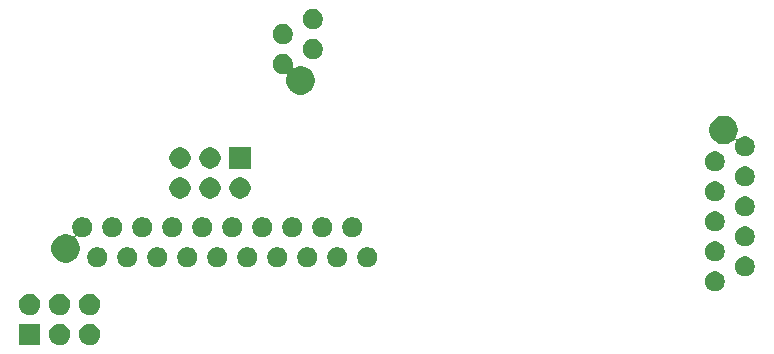
<source format=gbs>
G04 #@! TF.GenerationSoftware,KiCad,Pcbnew,5.0.2-bee76a0~70~ubuntu18.04.1*
G04 #@! TF.CreationDate,2019-04-15T21:30:03-04:00*
G04 #@! TF.ProjectId,dashboard_mk4_rev4,64617368-626f-4617-9264-5f6d6b345f72,6.0*
G04 #@! TF.SameCoordinates,Original*
G04 #@! TF.FileFunction,Soldermask,Bot*
G04 #@! TF.FilePolarity,Negative*
%FSLAX46Y46*%
G04 Gerber Fmt 4.6, Leading zero omitted, Abs format (unit mm)*
G04 Created by KiCad (PCBNEW 5.0.2-bee76a0~70~ubuntu18.04.1) date Mon 15 Apr 2019 09:30:03 PM EDT*
%MOMM*%
%LPD*%
G01*
G04 APERTURE LIST*
%ADD10C,0.100000*%
G04 APERTURE END LIST*
D10*
G36*
X110274551Y-159949286D02*
X110438339Y-160017129D01*
X110585750Y-160115626D01*
X110711104Y-160240980D01*
X110809601Y-160388391D01*
X110877444Y-160552179D01*
X110912030Y-160726056D01*
X110912030Y-160903344D01*
X110877444Y-161077221D01*
X110809601Y-161241009D01*
X110711104Y-161388420D01*
X110585750Y-161513774D01*
X110438339Y-161612271D01*
X110274551Y-161680114D01*
X110100674Y-161714700D01*
X109923386Y-161714700D01*
X109749509Y-161680114D01*
X109585721Y-161612271D01*
X109438310Y-161513774D01*
X109312956Y-161388420D01*
X109214459Y-161241009D01*
X109146616Y-161077221D01*
X109112030Y-160903344D01*
X109112030Y-160726056D01*
X109146616Y-160552179D01*
X109214459Y-160388391D01*
X109312956Y-160240980D01*
X109438310Y-160115626D01*
X109585721Y-160017129D01*
X109749509Y-159949286D01*
X109923386Y-159914700D01*
X110100674Y-159914700D01*
X110274551Y-159949286D01*
X110274551Y-159949286D01*
G37*
G36*
X107734551Y-159949286D02*
X107898339Y-160017129D01*
X108045750Y-160115626D01*
X108171104Y-160240980D01*
X108269601Y-160388391D01*
X108337444Y-160552179D01*
X108372030Y-160726056D01*
X108372030Y-160903344D01*
X108337444Y-161077221D01*
X108269601Y-161241009D01*
X108171104Y-161388420D01*
X108045750Y-161513774D01*
X107898339Y-161612271D01*
X107734551Y-161680114D01*
X107560674Y-161714700D01*
X107383386Y-161714700D01*
X107209509Y-161680114D01*
X107045721Y-161612271D01*
X106898310Y-161513774D01*
X106772956Y-161388420D01*
X106674459Y-161241009D01*
X106606616Y-161077221D01*
X106572030Y-160903344D01*
X106572030Y-160726056D01*
X106606616Y-160552179D01*
X106674459Y-160388391D01*
X106772956Y-160240980D01*
X106898310Y-160115626D01*
X107045721Y-160017129D01*
X107209509Y-159949286D01*
X107383386Y-159914700D01*
X107560674Y-159914700D01*
X107734551Y-159949286D01*
X107734551Y-159949286D01*
G37*
G36*
X105832030Y-161714700D02*
X104032030Y-161714700D01*
X104032030Y-159914700D01*
X105832030Y-159914700D01*
X105832030Y-161714700D01*
X105832030Y-161714700D01*
G37*
G36*
X105194551Y-157409286D02*
X105358339Y-157477129D01*
X105505750Y-157575626D01*
X105631104Y-157700980D01*
X105729601Y-157848391D01*
X105797444Y-158012179D01*
X105832030Y-158186056D01*
X105832030Y-158363344D01*
X105797444Y-158537221D01*
X105729601Y-158701009D01*
X105631104Y-158848420D01*
X105505750Y-158973774D01*
X105358339Y-159072271D01*
X105194551Y-159140114D01*
X105020674Y-159174700D01*
X104843386Y-159174700D01*
X104669509Y-159140114D01*
X104505721Y-159072271D01*
X104358310Y-158973774D01*
X104232956Y-158848420D01*
X104134459Y-158701009D01*
X104066616Y-158537221D01*
X104032030Y-158363344D01*
X104032030Y-158186056D01*
X104066616Y-158012179D01*
X104134459Y-157848391D01*
X104232956Y-157700980D01*
X104358310Y-157575626D01*
X104505721Y-157477129D01*
X104669509Y-157409286D01*
X104843386Y-157374700D01*
X105020674Y-157374700D01*
X105194551Y-157409286D01*
X105194551Y-157409286D01*
G37*
G36*
X110274551Y-157409286D02*
X110438339Y-157477129D01*
X110585750Y-157575626D01*
X110711104Y-157700980D01*
X110809601Y-157848391D01*
X110877444Y-158012179D01*
X110912030Y-158186056D01*
X110912030Y-158363344D01*
X110877444Y-158537221D01*
X110809601Y-158701009D01*
X110711104Y-158848420D01*
X110585750Y-158973774D01*
X110438339Y-159072271D01*
X110274551Y-159140114D01*
X110100674Y-159174700D01*
X109923386Y-159174700D01*
X109749509Y-159140114D01*
X109585721Y-159072271D01*
X109438310Y-158973774D01*
X109312956Y-158848420D01*
X109214459Y-158701009D01*
X109146616Y-158537221D01*
X109112030Y-158363344D01*
X109112030Y-158186056D01*
X109146616Y-158012179D01*
X109214459Y-157848391D01*
X109312956Y-157700980D01*
X109438310Y-157575626D01*
X109585721Y-157477129D01*
X109749509Y-157409286D01*
X109923386Y-157374700D01*
X110100674Y-157374700D01*
X110274551Y-157409286D01*
X110274551Y-157409286D01*
G37*
G36*
X107734551Y-157409286D02*
X107898339Y-157477129D01*
X108045750Y-157575626D01*
X108171104Y-157700980D01*
X108269601Y-157848391D01*
X108337444Y-158012179D01*
X108372030Y-158186056D01*
X108372030Y-158363344D01*
X108337444Y-158537221D01*
X108269601Y-158701009D01*
X108171104Y-158848420D01*
X108045750Y-158973774D01*
X107898339Y-159072271D01*
X107734551Y-159140114D01*
X107560674Y-159174700D01*
X107383386Y-159174700D01*
X107209509Y-159140114D01*
X107045721Y-159072271D01*
X106898310Y-158973774D01*
X106772956Y-158848420D01*
X106674459Y-158701009D01*
X106606616Y-158537221D01*
X106572030Y-158363344D01*
X106572030Y-158186056D01*
X106606616Y-158012179D01*
X106674459Y-157848391D01*
X106772956Y-157700980D01*
X106898310Y-157575626D01*
X107045721Y-157477129D01*
X107209509Y-157409286D01*
X107383386Y-157374700D01*
X107560674Y-157374700D01*
X107734551Y-157409286D01*
X107734551Y-157409286D01*
G37*
G36*
X163188934Y-155519664D02*
X163343627Y-155583740D01*
X163482847Y-155676764D01*
X163601236Y-155795153D01*
X163694260Y-155934373D01*
X163758336Y-156089066D01*
X163791000Y-156253281D01*
X163791000Y-156420719D01*
X163758336Y-156584934D01*
X163694260Y-156739627D01*
X163601236Y-156878847D01*
X163482847Y-156997236D01*
X163343627Y-157090260D01*
X163188934Y-157154336D01*
X163024719Y-157187000D01*
X162857281Y-157187000D01*
X162693066Y-157154336D01*
X162538373Y-157090260D01*
X162399153Y-156997236D01*
X162280764Y-156878847D01*
X162187740Y-156739627D01*
X162123664Y-156584934D01*
X162091000Y-156420719D01*
X162091000Y-156253281D01*
X162123664Y-156089066D01*
X162187740Y-155934373D01*
X162280764Y-155795153D01*
X162399153Y-155676764D01*
X162538373Y-155583740D01*
X162693066Y-155519664D01*
X162857281Y-155487000D01*
X163024719Y-155487000D01*
X163188934Y-155519664D01*
X163188934Y-155519664D01*
G37*
G36*
X165728934Y-154249664D02*
X165883627Y-154313740D01*
X166022847Y-154406764D01*
X166141236Y-154525153D01*
X166234260Y-154664373D01*
X166298336Y-154819066D01*
X166331000Y-154983281D01*
X166331000Y-155150719D01*
X166298336Y-155314934D01*
X166234260Y-155469627D01*
X166141236Y-155608847D01*
X166022847Y-155727236D01*
X165883627Y-155820260D01*
X165728934Y-155884336D01*
X165564719Y-155917000D01*
X165397281Y-155917000D01*
X165233066Y-155884336D01*
X165078373Y-155820260D01*
X164939153Y-155727236D01*
X164820764Y-155608847D01*
X164727740Y-155469627D01*
X164663664Y-155314934D01*
X164631000Y-155150719D01*
X164631000Y-154983281D01*
X164663664Y-154819066D01*
X164727740Y-154664373D01*
X164820764Y-154525153D01*
X164939153Y-154406764D01*
X165078373Y-154313740D01*
X165233066Y-154249664D01*
X165397281Y-154217000D01*
X165564719Y-154217000D01*
X165728934Y-154249664D01*
X165728934Y-154249664D01*
G37*
G36*
X110897504Y-153467024D02*
X111052197Y-153531100D01*
X111191417Y-153624124D01*
X111309806Y-153742513D01*
X111402830Y-153881733D01*
X111466906Y-154036426D01*
X111499570Y-154200641D01*
X111499570Y-154368079D01*
X111466906Y-154532294D01*
X111402830Y-154686987D01*
X111309806Y-154826207D01*
X111191417Y-154944596D01*
X111052197Y-155037620D01*
X110897504Y-155101696D01*
X110733289Y-155134360D01*
X110565851Y-155134360D01*
X110401636Y-155101696D01*
X110246943Y-155037620D01*
X110107723Y-154944596D01*
X109989334Y-154826207D01*
X109896310Y-154686987D01*
X109832234Y-154532294D01*
X109799570Y-154368079D01*
X109799570Y-154200641D01*
X109832234Y-154036426D01*
X109896310Y-153881733D01*
X109989334Y-153742513D01*
X110107723Y-153624124D01*
X110246943Y-153531100D01*
X110401636Y-153467024D01*
X110565851Y-153434360D01*
X110733289Y-153434360D01*
X110897504Y-153467024D01*
X110897504Y-153467024D01*
G37*
G36*
X121057504Y-153467024D02*
X121212197Y-153531100D01*
X121351417Y-153624124D01*
X121469806Y-153742513D01*
X121562830Y-153881733D01*
X121626906Y-154036426D01*
X121659570Y-154200641D01*
X121659570Y-154368079D01*
X121626906Y-154532294D01*
X121562830Y-154686987D01*
X121469806Y-154826207D01*
X121351417Y-154944596D01*
X121212197Y-155037620D01*
X121057504Y-155101696D01*
X120893289Y-155134360D01*
X120725851Y-155134360D01*
X120561636Y-155101696D01*
X120406943Y-155037620D01*
X120267723Y-154944596D01*
X120149334Y-154826207D01*
X120056310Y-154686987D01*
X119992234Y-154532294D01*
X119959570Y-154368079D01*
X119959570Y-154200641D01*
X119992234Y-154036426D01*
X120056310Y-153881733D01*
X120149334Y-153742513D01*
X120267723Y-153624124D01*
X120406943Y-153531100D01*
X120561636Y-153467024D01*
X120725851Y-153434360D01*
X120893289Y-153434360D01*
X121057504Y-153467024D01*
X121057504Y-153467024D01*
G37*
G36*
X115977504Y-153467024D02*
X116132197Y-153531100D01*
X116271417Y-153624124D01*
X116389806Y-153742513D01*
X116482830Y-153881733D01*
X116546906Y-154036426D01*
X116579570Y-154200641D01*
X116579570Y-154368079D01*
X116546906Y-154532294D01*
X116482830Y-154686987D01*
X116389806Y-154826207D01*
X116271417Y-154944596D01*
X116132197Y-155037620D01*
X115977504Y-155101696D01*
X115813289Y-155134360D01*
X115645851Y-155134360D01*
X115481636Y-155101696D01*
X115326943Y-155037620D01*
X115187723Y-154944596D01*
X115069334Y-154826207D01*
X114976310Y-154686987D01*
X114912234Y-154532294D01*
X114879570Y-154368079D01*
X114879570Y-154200641D01*
X114912234Y-154036426D01*
X114976310Y-153881733D01*
X115069334Y-153742513D01*
X115187723Y-153624124D01*
X115326943Y-153531100D01*
X115481636Y-153467024D01*
X115645851Y-153434360D01*
X115813289Y-153434360D01*
X115977504Y-153467024D01*
X115977504Y-153467024D01*
G37*
G36*
X113437504Y-153467024D02*
X113592197Y-153531100D01*
X113731417Y-153624124D01*
X113849806Y-153742513D01*
X113942830Y-153881733D01*
X114006906Y-154036426D01*
X114039570Y-154200641D01*
X114039570Y-154368079D01*
X114006906Y-154532294D01*
X113942830Y-154686987D01*
X113849806Y-154826207D01*
X113731417Y-154944596D01*
X113592197Y-155037620D01*
X113437504Y-155101696D01*
X113273289Y-155134360D01*
X113105851Y-155134360D01*
X112941636Y-155101696D01*
X112786943Y-155037620D01*
X112647723Y-154944596D01*
X112529334Y-154826207D01*
X112436310Y-154686987D01*
X112372234Y-154532294D01*
X112339570Y-154368079D01*
X112339570Y-154200641D01*
X112372234Y-154036426D01*
X112436310Y-153881733D01*
X112529334Y-153742513D01*
X112647723Y-153624124D01*
X112786943Y-153531100D01*
X112941636Y-153467024D01*
X113105851Y-153434360D01*
X113273289Y-153434360D01*
X113437504Y-153467024D01*
X113437504Y-153467024D01*
G37*
G36*
X123597504Y-153467024D02*
X123752197Y-153531100D01*
X123891417Y-153624124D01*
X124009806Y-153742513D01*
X124102830Y-153881733D01*
X124166906Y-154036426D01*
X124199570Y-154200641D01*
X124199570Y-154368079D01*
X124166906Y-154532294D01*
X124102830Y-154686987D01*
X124009806Y-154826207D01*
X123891417Y-154944596D01*
X123752197Y-155037620D01*
X123597504Y-155101696D01*
X123433289Y-155134360D01*
X123265851Y-155134360D01*
X123101636Y-155101696D01*
X122946943Y-155037620D01*
X122807723Y-154944596D01*
X122689334Y-154826207D01*
X122596310Y-154686987D01*
X122532234Y-154532294D01*
X122499570Y-154368079D01*
X122499570Y-154200641D01*
X122532234Y-154036426D01*
X122596310Y-153881733D01*
X122689334Y-153742513D01*
X122807723Y-153624124D01*
X122946943Y-153531100D01*
X123101636Y-153467024D01*
X123265851Y-153434360D01*
X123433289Y-153434360D01*
X123597504Y-153467024D01*
X123597504Y-153467024D01*
G37*
G36*
X126137504Y-153467024D02*
X126292197Y-153531100D01*
X126431417Y-153624124D01*
X126549806Y-153742513D01*
X126642830Y-153881733D01*
X126706906Y-154036426D01*
X126739570Y-154200641D01*
X126739570Y-154368079D01*
X126706906Y-154532294D01*
X126642830Y-154686987D01*
X126549806Y-154826207D01*
X126431417Y-154944596D01*
X126292197Y-155037620D01*
X126137504Y-155101696D01*
X125973289Y-155134360D01*
X125805851Y-155134360D01*
X125641636Y-155101696D01*
X125486943Y-155037620D01*
X125347723Y-154944596D01*
X125229334Y-154826207D01*
X125136310Y-154686987D01*
X125072234Y-154532294D01*
X125039570Y-154368079D01*
X125039570Y-154200641D01*
X125072234Y-154036426D01*
X125136310Y-153881733D01*
X125229334Y-153742513D01*
X125347723Y-153624124D01*
X125486943Y-153531100D01*
X125641636Y-153467024D01*
X125805851Y-153434360D01*
X125973289Y-153434360D01*
X126137504Y-153467024D01*
X126137504Y-153467024D01*
G37*
G36*
X128677504Y-153467024D02*
X128832197Y-153531100D01*
X128971417Y-153624124D01*
X129089806Y-153742513D01*
X129182830Y-153881733D01*
X129246906Y-154036426D01*
X129279570Y-154200641D01*
X129279570Y-154368079D01*
X129246906Y-154532294D01*
X129182830Y-154686987D01*
X129089806Y-154826207D01*
X128971417Y-154944596D01*
X128832197Y-155037620D01*
X128677504Y-155101696D01*
X128513289Y-155134360D01*
X128345851Y-155134360D01*
X128181636Y-155101696D01*
X128026943Y-155037620D01*
X127887723Y-154944596D01*
X127769334Y-154826207D01*
X127676310Y-154686987D01*
X127612234Y-154532294D01*
X127579570Y-154368079D01*
X127579570Y-154200641D01*
X127612234Y-154036426D01*
X127676310Y-153881733D01*
X127769334Y-153742513D01*
X127887723Y-153624124D01*
X128026943Y-153531100D01*
X128181636Y-153467024D01*
X128345851Y-153434360D01*
X128513289Y-153434360D01*
X128677504Y-153467024D01*
X128677504Y-153467024D01*
G37*
G36*
X131217504Y-153467024D02*
X131372197Y-153531100D01*
X131511417Y-153624124D01*
X131629806Y-153742513D01*
X131722830Y-153881733D01*
X131786906Y-154036426D01*
X131819570Y-154200641D01*
X131819570Y-154368079D01*
X131786906Y-154532294D01*
X131722830Y-154686987D01*
X131629806Y-154826207D01*
X131511417Y-154944596D01*
X131372197Y-155037620D01*
X131217504Y-155101696D01*
X131053289Y-155134360D01*
X130885851Y-155134360D01*
X130721636Y-155101696D01*
X130566943Y-155037620D01*
X130427723Y-154944596D01*
X130309334Y-154826207D01*
X130216310Y-154686987D01*
X130152234Y-154532294D01*
X130119570Y-154368079D01*
X130119570Y-154200641D01*
X130152234Y-154036426D01*
X130216310Y-153881733D01*
X130309334Y-153742513D01*
X130427723Y-153624124D01*
X130566943Y-153531100D01*
X130721636Y-153467024D01*
X130885851Y-153434360D01*
X131053289Y-153434360D01*
X131217504Y-153467024D01*
X131217504Y-153467024D01*
G37*
G36*
X133757504Y-153467024D02*
X133912197Y-153531100D01*
X134051417Y-153624124D01*
X134169806Y-153742513D01*
X134262830Y-153881733D01*
X134326906Y-154036426D01*
X134359570Y-154200641D01*
X134359570Y-154368079D01*
X134326906Y-154532294D01*
X134262830Y-154686987D01*
X134169806Y-154826207D01*
X134051417Y-154944596D01*
X133912197Y-155037620D01*
X133757504Y-155101696D01*
X133593289Y-155134360D01*
X133425851Y-155134360D01*
X133261636Y-155101696D01*
X133106943Y-155037620D01*
X132967723Y-154944596D01*
X132849334Y-154826207D01*
X132756310Y-154686987D01*
X132692234Y-154532294D01*
X132659570Y-154368079D01*
X132659570Y-154200641D01*
X132692234Y-154036426D01*
X132756310Y-153881733D01*
X132849334Y-153742513D01*
X132967723Y-153624124D01*
X133106943Y-153531100D01*
X133261636Y-153467024D01*
X133425851Y-153434360D01*
X133593289Y-153434360D01*
X133757504Y-153467024D01*
X133757504Y-153467024D01*
G37*
G36*
X118517504Y-153467024D02*
X118672197Y-153531100D01*
X118811417Y-153624124D01*
X118929806Y-153742513D01*
X119022830Y-153881733D01*
X119086906Y-154036426D01*
X119119570Y-154200641D01*
X119119570Y-154368079D01*
X119086906Y-154532294D01*
X119022830Y-154686987D01*
X118929806Y-154826207D01*
X118811417Y-154944596D01*
X118672197Y-155037620D01*
X118517504Y-155101696D01*
X118353289Y-155134360D01*
X118185851Y-155134360D01*
X118021636Y-155101696D01*
X117866943Y-155037620D01*
X117727723Y-154944596D01*
X117609334Y-154826207D01*
X117516310Y-154686987D01*
X117452234Y-154532294D01*
X117419570Y-154368079D01*
X117419570Y-154200641D01*
X117452234Y-154036426D01*
X117516310Y-153881733D01*
X117609334Y-153742513D01*
X117727723Y-153624124D01*
X117866943Y-153531100D01*
X118021636Y-153467024D01*
X118185851Y-153434360D01*
X118353289Y-153434360D01*
X118517504Y-153467024D01*
X118517504Y-153467024D01*
G37*
G36*
X109627504Y-150927024D02*
X109782197Y-150991100D01*
X109921417Y-151084124D01*
X110039806Y-151202513D01*
X110132830Y-151341733D01*
X110196906Y-151496426D01*
X110229570Y-151660641D01*
X110229570Y-151828079D01*
X110196906Y-151992294D01*
X110132830Y-152146987D01*
X110039806Y-152286207D01*
X109921417Y-152404596D01*
X109782197Y-152497620D01*
X109627504Y-152561696D01*
X109463289Y-152594360D01*
X109295851Y-152594360D01*
X109131636Y-152561696D01*
X108966564Y-152493321D01*
X108964673Y-152492310D01*
X108941223Y-152485197D01*
X108916837Y-152482796D01*
X108892451Y-152485198D01*
X108869002Y-152492312D01*
X108847391Y-152503863D01*
X108828449Y-152519409D01*
X108812904Y-152538351D01*
X108801353Y-152559962D01*
X108794240Y-152583412D01*
X108791839Y-152607798D01*
X108794241Y-152632184D01*
X108801355Y-152655633D01*
X108812906Y-152677244D01*
X108828451Y-152696184D01*
X108911669Y-152779402D01*
X109042997Y-152975948D01*
X109133455Y-153194334D01*
X109179570Y-153426169D01*
X109179570Y-153662551D01*
X109133455Y-153894386D01*
X109042997Y-154112772D01*
X108911669Y-154309318D01*
X108744528Y-154476459D01*
X108547982Y-154607787D01*
X108329596Y-154698245D01*
X108097761Y-154744360D01*
X107861379Y-154744360D01*
X107629544Y-154698245D01*
X107411158Y-154607787D01*
X107214612Y-154476459D01*
X107047471Y-154309318D01*
X106916143Y-154112772D01*
X106825685Y-153894386D01*
X106779570Y-153662551D01*
X106779570Y-153426169D01*
X106825685Y-153194334D01*
X106916143Y-152975948D01*
X107047471Y-152779402D01*
X107214612Y-152612261D01*
X107411158Y-152480933D01*
X107629544Y-152390475D01*
X107861379Y-152344360D01*
X108097761Y-152344360D01*
X108329596Y-152390475D01*
X108547982Y-152480933D01*
X108595965Y-152512994D01*
X108617576Y-152524545D01*
X108641025Y-152531658D01*
X108665411Y-152534060D01*
X108689797Y-152531658D01*
X108713246Y-152524545D01*
X108734857Y-152512994D01*
X108753799Y-152497448D01*
X108769345Y-152478506D01*
X108780896Y-152456895D01*
X108788009Y-152433446D01*
X108790411Y-152409060D01*
X108788009Y-152384674D01*
X108780896Y-152361225D01*
X108769345Y-152339614D01*
X108753799Y-152320672D01*
X108719334Y-152286207D01*
X108626310Y-152146987D01*
X108562234Y-151992294D01*
X108529570Y-151828079D01*
X108529570Y-151660641D01*
X108562234Y-151496426D01*
X108626310Y-151341733D01*
X108719334Y-151202513D01*
X108837723Y-151084124D01*
X108976943Y-150991100D01*
X109131636Y-150927024D01*
X109295851Y-150894360D01*
X109463289Y-150894360D01*
X109627504Y-150927024D01*
X109627504Y-150927024D01*
G37*
G36*
X163188934Y-152979664D02*
X163343627Y-153043740D01*
X163482847Y-153136764D01*
X163601236Y-153255153D01*
X163694260Y-153394373D01*
X163758336Y-153549066D01*
X163791000Y-153713281D01*
X163791000Y-153880719D01*
X163758336Y-154044934D01*
X163694260Y-154199627D01*
X163601236Y-154338847D01*
X163482847Y-154457236D01*
X163343627Y-154550260D01*
X163188934Y-154614336D01*
X163024719Y-154647000D01*
X162857281Y-154647000D01*
X162693066Y-154614336D01*
X162538373Y-154550260D01*
X162399153Y-154457236D01*
X162280764Y-154338847D01*
X162187740Y-154199627D01*
X162123664Y-154044934D01*
X162091000Y-153880719D01*
X162091000Y-153713281D01*
X162123664Y-153549066D01*
X162187740Y-153394373D01*
X162280764Y-153255153D01*
X162399153Y-153136764D01*
X162538373Y-153043740D01*
X162693066Y-152979664D01*
X162857281Y-152947000D01*
X163024719Y-152947000D01*
X163188934Y-152979664D01*
X163188934Y-152979664D01*
G37*
G36*
X165728934Y-151709664D02*
X165883627Y-151773740D01*
X166022847Y-151866764D01*
X166141236Y-151985153D01*
X166234260Y-152124373D01*
X166298336Y-152279066D01*
X166331000Y-152443281D01*
X166331000Y-152610719D01*
X166298336Y-152774934D01*
X166234260Y-152929627D01*
X166141236Y-153068847D01*
X166022847Y-153187236D01*
X165883627Y-153280260D01*
X165728934Y-153344336D01*
X165564719Y-153377000D01*
X165397281Y-153377000D01*
X165233066Y-153344336D01*
X165078373Y-153280260D01*
X164939153Y-153187236D01*
X164820764Y-153068847D01*
X164727740Y-152929627D01*
X164663664Y-152774934D01*
X164631000Y-152610719D01*
X164631000Y-152443281D01*
X164663664Y-152279066D01*
X164727740Y-152124373D01*
X164820764Y-151985153D01*
X164939153Y-151866764D01*
X165078373Y-151773740D01*
X165233066Y-151709664D01*
X165397281Y-151677000D01*
X165564719Y-151677000D01*
X165728934Y-151709664D01*
X165728934Y-151709664D01*
G37*
G36*
X132487504Y-150927024D02*
X132642197Y-150991100D01*
X132781417Y-151084124D01*
X132899806Y-151202513D01*
X132992830Y-151341733D01*
X133056906Y-151496426D01*
X133089570Y-151660641D01*
X133089570Y-151828079D01*
X133056906Y-151992294D01*
X132992830Y-152146987D01*
X132899806Y-152286207D01*
X132781417Y-152404596D01*
X132642197Y-152497620D01*
X132487504Y-152561696D01*
X132323289Y-152594360D01*
X132155851Y-152594360D01*
X131991636Y-152561696D01*
X131836943Y-152497620D01*
X131697723Y-152404596D01*
X131579334Y-152286207D01*
X131486310Y-152146987D01*
X131422234Y-151992294D01*
X131389570Y-151828079D01*
X131389570Y-151660641D01*
X131422234Y-151496426D01*
X131486310Y-151341733D01*
X131579334Y-151202513D01*
X131697723Y-151084124D01*
X131836943Y-150991100D01*
X131991636Y-150927024D01*
X132155851Y-150894360D01*
X132323289Y-150894360D01*
X132487504Y-150927024D01*
X132487504Y-150927024D01*
G37*
G36*
X129947504Y-150927024D02*
X130102197Y-150991100D01*
X130241417Y-151084124D01*
X130359806Y-151202513D01*
X130452830Y-151341733D01*
X130516906Y-151496426D01*
X130549570Y-151660641D01*
X130549570Y-151828079D01*
X130516906Y-151992294D01*
X130452830Y-152146987D01*
X130359806Y-152286207D01*
X130241417Y-152404596D01*
X130102197Y-152497620D01*
X129947504Y-152561696D01*
X129783289Y-152594360D01*
X129615851Y-152594360D01*
X129451636Y-152561696D01*
X129296943Y-152497620D01*
X129157723Y-152404596D01*
X129039334Y-152286207D01*
X128946310Y-152146987D01*
X128882234Y-151992294D01*
X128849570Y-151828079D01*
X128849570Y-151660641D01*
X128882234Y-151496426D01*
X128946310Y-151341733D01*
X129039334Y-151202513D01*
X129157723Y-151084124D01*
X129296943Y-150991100D01*
X129451636Y-150927024D01*
X129615851Y-150894360D01*
X129783289Y-150894360D01*
X129947504Y-150927024D01*
X129947504Y-150927024D01*
G37*
G36*
X127407504Y-150927024D02*
X127562197Y-150991100D01*
X127701417Y-151084124D01*
X127819806Y-151202513D01*
X127912830Y-151341733D01*
X127976906Y-151496426D01*
X128009570Y-151660641D01*
X128009570Y-151828079D01*
X127976906Y-151992294D01*
X127912830Y-152146987D01*
X127819806Y-152286207D01*
X127701417Y-152404596D01*
X127562197Y-152497620D01*
X127407504Y-152561696D01*
X127243289Y-152594360D01*
X127075851Y-152594360D01*
X126911636Y-152561696D01*
X126756943Y-152497620D01*
X126617723Y-152404596D01*
X126499334Y-152286207D01*
X126406310Y-152146987D01*
X126342234Y-151992294D01*
X126309570Y-151828079D01*
X126309570Y-151660641D01*
X126342234Y-151496426D01*
X126406310Y-151341733D01*
X126499334Y-151202513D01*
X126617723Y-151084124D01*
X126756943Y-150991100D01*
X126911636Y-150927024D01*
X127075851Y-150894360D01*
X127243289Y-150894360D01*
X127407504Y-150927024D01*
X127407504Y-150927024D01*
G37*
G36*
X122327504Y-150927024D02*
X122482197Y-150991100D01*
X122621417Y-151084124D01*
X122739806Y-151202513D01*
X122832830Y-151341733D01*
X122896906Y-151496426D01*
X122929570Y-151660641D01*
X122929570Y-151828079D01*
X122896906Y-151992294D01*
X122832830Y-152146987D01*
X122739806Y-152286207D01*
X122621417Y-152404596D01*
X122482197Y-152497620D01*
X122327504Y-152561696D01*
X122163289Y-152594360D01*
X121995851Y-152594360D01*
X121831636Y-152561696D01*
X121676943Y-152497620D01*
X121537723Y-152404596D01*
X121419334Y-152286207D01*
X121326310Y-152146987D01*
X121262234Y-151992294D01*
X121229570Y-151828079D01*
X121229570Y-151660641D01*
X121262234Y-151496426D01*
X121326310Y-151341733D01*
X121419334Y-151202513D01*
X121537723Y-151084124D01*
X121676943Y-150991100D01*
X121831636Y-150927024D01*
X121995851Y-150894360D01*
X122163289Y-150894360D01*
X122327504Y-150927024D01*
X122327504Y-150927024D01*
G37*
G36*
X119787504Y-150927024D02*
X119942197Y-150991100D01*
X120081417Y-151084124D01*
X120199806Y-151202513D01*
X120292830Y-151341733D01*
X120356906Y-151496426D01*
X120389570Y-151660641D01*
X120389570Y-151828079D01*
X120356906Y-151992294D01*
X120292830Y-152146987D01*
X120199806Y-152286207D01*
X120081417Y-152404596D01*
X119942197Y-152497620D01*
X119787504Y-152561696D01*
X119623289Y-152594360D01*
X119455851Y-152594360D01*
X119291636Y-152561696D01*
X119136943Y-152497620D01*
X118997723Y-152404596D01*
X118879334Y-152286207D01*
X118786310Y-152146987D01*
X118722234Y-151992294D01*
X118689570Y-151828079D01*
X118689570Y-151660641D01*
X118722234Y-151496426D01*
X118786310Y-151341733D01*
X118879334Y-151202513D01*
X118997723Y-151084124D01*
X119136943Y-150991100D01*
X119291636Y-150927024D01*
X119455851Y-150894360D01*
X119623289Y-150894360D01*
X119787504Y-150927024D01*
X119787504Y-150927024D01*
G37*
G36*
X117247504Y-150927024D02*
X117402197Y-150991100D01*
X117541417Y-151084124D01*
X117659806Y-151202513D01*
X117752830Y-151341733D01*
X117816906Y-151496426D01*
X117849570Y-151660641D01*
X117849570Y-151828079D01*
X117816906Y-151992294D01*
X117752830Y-152146987D01*
X117659806Y-152286207D01*
X117541417Y-152404596D01*
X117402197Y-152497620D01*
X117247504Y-152561696D01*
X117083289Y-152594360D01*
X116915851Y-152594360D01*
X116751636Y-152561696D01*
X116596943Y-152497620D01*
X116457723Y-152404596D01*
X116339334Y-152286207D01*
X116246310Y-152146987D01*
X116182234Y-151992294D01*
X116149570Y-151828079D01*
X116149570Y-151660641D01*
X116182234Y-151496426D01*
X116246310Y-151341733D01*
X116339334Y-151202513D01*
X116457723Y-151084124D01*
X116596943Y-150991100D01*
X116751636Y-150927024D01*
X116915851Y-150894360D01*
X117083289Y-150894360D01*
X117247504Y-150927024D01*
X117247504Y-150927024D01*
G37*
G36*
X112167504Y-150927024D02*
X112322197Y-150991100D01*
X112461417Y-151084124D01*
X112579806Y-151202513D01*
X112672830Y-151341733D01*
X112736906Y-151496426D01*
X112769570Y-151660641D01*
X112769570Y-151828079D01*
X112736906Y-151992294D01*
X112672830Y-152146987D01*
X112579806Y-152286207D01*
X112461417Y-152404596D01*
X112322197Y-152497620D01*
X112167504Y-152561696D01*
X112003289Y-152594360D01*
X111835851Y-152594360D01*
X111671636Y-152561696D01*
X111516943Y-152497620D01*
X111377723Y-152404596D01*
X111259334Y-152286207D01*
X111166310Y-152146987D01*
X111102234Y-151992294D01*
X111069570Y-151828079D01*
X111069570Y-151660641D01*
X111102234Y-151496426D01*
X111166310Y-151341733D01*
X111259334Y-151202513D01*
X111377723Y-151084124D01*
X111516943Y-150991100D01*
X111671636Y-150927024D01*
X111835851Y-150894360D01*
X112003289Y-150894360D01*
X112167504Y-150927024D01*
X112167504Y-150927024D01*
G37*
G36*
X124867504Y-150927024D02*
X125022197Y-150991100D01*
X125161417Y-151084124D01*
X125279806Y-151202513D01*
X125372830Y-151341733D01*
X125436906Y-151496426D01*
X125469570Y-151660641D01*
X125469570Y-151828079D01*
X125436906Y-151992294D01*
X125372830Y-152146987D01*
X125279806Y-152286207D01*
X125161417Y-152404596D01*
X125022197Y-152497620D01*
X124867504Y-152561696D01*
X124703289Y-152594360D01*
X124535851Y-152594360D01*
X124371636Y-152561696D01*
X124216943Y-152497620D01*
X124077723Y-152404596D01*
X123959334Y-152286207D01*
X123866310Y-152146987D01*
X123802234Y-151992294D01*
X123769570Y-151828079D01*
X123769570Y-151660641D01*
X123802234Y-151496426D01*
X123866310Y-151341733D01*
X123959334Y-151202513D01*
X124077723Y-151084124D01*
X124216943Y-150991100D01*
X124371636Y-150927024D01*
X124535851Y-150894360D01*
X124703289Y-150894360D01*
X124867504Y-150927024D01*
X124867504Y-150927024D01*
G37*
G36*
X114707504Y-150927024D02*
X114862197Y-150991100D01*
X115001417Y-151084124D01*
X115119806Y-151202513D01*
X115212830Y-151341733D01*
X115276906Y-151496426D01*
X115309570Y-151660641D01*
X115309570Y-151828079D01*
X115276906Y-151992294D01*
X115212830Y-152146987D01*
X115119806Y-152286207D01*
X115001417Y-152404596D01*
X114862197Y-152497620D01*
X114707504Y-152561696D01*
X114543289Y-152594360D01*
X114375851Y-152594360D01*
X114211636Y-152561696D01*
X114056943Y-152497620D01*
X113917723Y-152404596D01*
X113799334Y-152286207D01*
X113706310Y-152146987D01*
X113642234Y-151992294D01*
X113609570Y-151828079D01*
X113609570Y-151660641D01*
X113642234Y-151496426D01*
X113706310Y-151341733D01*
X113799334Y-151202513D01*
X113917723Y-151084124D01*
X114056943Y-150991100D01*
X114211636Y-150927024D01*
X114375851Y-150894360D01*
X114543289Y-150894360D01*
X114707504Y-150927024D01*
X114707504Y-150927024D01*
G37*
G36*
X163188934Y-150439664D02*
X163343627Y-150503740D01*
X163482847Y-150596764D01*
X163601236Y-150715153D01*
X163694260Y-150854373D01*
X163758336Y-151009066D01*
X163791000Y-151173281D01*
X163791000Y-151340719D01*
X163758336Y-151504934D01*
X163694260Y-151659627D01*
X163601236Y-151798847D01*
X163482847Y-151917236D01*
X163343627Y-152010260D01*
X163188934Y-152074336D01*
X163024719Y-152107000D01*
X162857281Y-152107000D01*
X162693066Y-152074336D01*
X162538373Y-152010260D01*
X162399153Y-151917236D01*
X162280764Y-151798847D01*
X162187740Y-151659627D01*
X162123664Y-151504934D01*
X162091000Y-151340719D01*
X162091000Y-151173281D01*
X162123664Y-151009066D01*
X162187740Y-150854373D01*
X162280764Y-150715153D01*
X162399153Y-150596764D01*
X162538373Y-150503740D01*
X162693066Y-150439664D01*
X162857281Y-150407000D01*
X163024719Y-150407000D01*
X163188934Y-150439664D01*
X163188934Y-150439664D01*
G37*
G36*
X165728934Y-149169664D02*
X165883627Y-149233740D01*
X166022847Y-149326764D01*
X166141236Y-149445153D01*
X166234260Y-149584373D01*
X166298336Y-149739066D01*
X166331000Y-149903281D01*
X166331000Y-150070719D01*
X166298336Y-150234934D01*
X166234260Y-150389627D01*
X166141236Y-150528847D01*
X166022847Y-150647236D01*
X165883627Y-150740260D01*
X165728934Y-150804336D01*
X165564719Y-150837000D01*
X165397281Y-150837000D01*
X165233066Y-150804336D01*
X165078373Y-150740260D01*
X164939153Y-150647236D01*
X164820764Y-150528847D01*
X164727740Y-150389627D01*
X164663664Y-150234934D01*
X164631000Y-150070719D01*
X164631000Y-149903281D01*
X164663664Y-149739066D01*
X164727740Y-149584373D01*
X164820764Y-149445153D01*
X164939153Y-149326764D01*
X165078373Y-149233740D01*
X165233066Y-149169664D01*
X165397281Y-149137000D01*
X165564719Y-149137000D01*
X165728934Y-149169664D01*
X165728934Y-149169664D01*
G37*
G36*
X163188934Y-147899664D02*
X163343627Y-147963740D01*
X163482847Y-148056764D01*
X163601236Y-148175153D01*
X163694260Y-148314373D01*
X163758336Y-148469066D01*
X163791000Y-148633281D01*
X163791000Y-148800719D01*
X163758336Y-148964934D01*
X163694260Y-149119627D01*
X163601236Y-149258847D01*
X163482847Y-149377236D01*
X163343627Y-149470260D01*
X163188934Y-149534336D01*
X163024719Y-149567000D01*
X162857281Y-149567000D01*
X162693066Y-149534336D01*
X162538373Y-149470260D01*
X162399153Y-149377236D01*
X162280764Y-149258847D01*
X162187740Y-149119627D01*
X162123664Y-148964934D01*
X162091000Y-148800719D01*
X162091000Y-148633281D01*
X162123664Y-148469066D01*
X162187740Y-148314373D01*
X162280764Y-148175153D01*
X162399153Y-148056764D01*
X162538373Y-147963740D01*
X162693066Y-147899664D01*
X162857281Y-147867000D01*
X163024719Y-147867000D01*
X163188934Y-147899664D01*
X163188934Y-147899664D01*
G37*
G36*
X117922490Y-147554087D02*
X118086278Y-147621930D01*
X118233689Y-147720427D01*
X118359043Y-147845781D01*
X118457540Y-147993192D01*
X118525383Y-148156980D01*
X118559969Y-148330857D01*
X118559969Y-148508145D01*
X118525383Y-148682022D01*
X118457540Y-148845810D01*
X118359043Y-148993221D01*
X118233689Y-149118575D01*
X118086278Y-149217072D01*
X117922490Y-149284915D01*
X117748613Y-149319501D01*
X117571325Y-149319501D01*
X117397448Y-149284915D01*
X117233660Y-149217072D01*
X117086249Y-149118575D01*
X116960895Y-148993221D01*
X116862398Y-148845810D01*
X116794555Y-148682022D01*
X116759969Y-148508145D01*
X116759969Y-148330857D01*
X116794555Y-148156980D01*
X116862398Y-147993192D01*
X116960895Y-147845781D01*
X117086249Y-147720427D01*
X117233660Y-147621930D01*
X117397448Y-147554087D01*
X117571325Y-147519501D01*
X117748613Y-147519501D01*
X117922490Y-147554087D01*
X117922490Y-147554087D01*
G37*
G36*
X123002490Y-147554087D02*
X123166278Y-147621930D01*
X123313689Y-147720427D01*
X123439043Y-147845781D01*
X123537540Y-147993192D01*
X123605383Y-148156980D01*
X123639969Y-148330857D01*
X123639969Y-148508145D01*
X123605383Y-148682022D01*
X123537540Y-148845810D01*
X123439043Y-148993221D01*
X123313689Y-149118575D01*
X123166278Y-149217072D01*
X123002490Y-149284915D01*
X122828613Y-149319501D01*
X122651325Y-149319501D01*
X122477448Y-149284915D01*
X122313660Y-149217072D01*
X122166249Y-149118575D01*
X122040895Y-148993221D01*
X121942398Y-148845810D01*
X121874555Y-148682022D01*
X121839969Y-148508145D01*
X121839969Y-148330857D01*
X121874555Y-148156980D01*
X121942398Y-147993192D01*
X122040895Y-147845781D01*
X122166249Y-147720427D01*
X122313660Y-147621930D01*
X122477448Y-147554087D01*
X122651325Y-147519501D01*
X122828613Y-147519501D01*
X123002490Y-147554087D01*
X123002490Y-147554087D01*
G37*
G36*
X120462490Y-147554087D02*
X120626278Y-147621930D01*
X120773689Y-147720427D01*
X120899043Y-147845781D01*
X120997540Y-147993192D01*
X121065383Y-148156980D01*
X121099969Y-148330857D01*
X121099969Y-148508145D01*
X121065383Y-148682022D01*
X120997540Y-148845810D01*
X120899043Y-148993221D01*
X120773689Y-149118575D01*
X120626278Y-149217072D01*
X120462490Y-149284915D01*
X120288613Y-149319501D01*
X120111325Y-149319501D01*
X119937448Y-149284915D01*
X119773660Y-149217072D01*
X119626249Y-149118575D01*
X119500895Y-148993221D01*
X119402398Y-148845810D01*
X119334555Y-148682022D01*
X119299969Y-148508145D01*
X119299969Y-148330857D01*
X119334555Y-148156980D01*
X119402398Y-147993192D01*
X119500895Y-147845781D01*
X119626249Y-147720427D01*
X119773660Y-147621930D01*
X119937448Y-147554087D01*
X120111325Y-147519501D01*
X120288613Y-147519501D01*
X120462490Y-147554087D01*
X120462490Y-147554087D01*
G37*
G36*
X165728934Y-146629664D02*
X165883627Y-146693740D01*
X166022847Y-146786764D01*
X166141236Y-146905153D01*
X166234260Y-147044373D01*
X166298336Y-147199066D01*
X166331000Y-147363281D01*
X166331000Y-147530719D01*
X166298336Y-147694934D01*
X166234260Y-147849627D01*
X166141236Y-147988847D01*
X166022847Y-148107236D01*
X165883627Y-148200260D01*
X165728934Y-148264336D01*
X165564719Y-148297000D01*
X165397281Y-148297000D01*
X165233066Y-148264336D01*
X165078373Y-148200260D01*
X164939153Y-148107236D01*
X164820764Y-147988847D01*
X164727740Y-147849627D01*
X164663664Y-147694934D01*
X164631000Y-147530719D01*
X164631000Y-147363281D01*
X164663664Y-147199066D01*
X164727740Y-147044373D01*
X164820764Y-146905153D01*
X164939153Y-146786764D01*
X165078373Y-146693740D01*
X165233066Y-146629664D01*
X165397281Y-146597000D01*
X165564719Y-146597000D01*
X165728934Y-146629664D01*
X165728934Y-146629664D01*
G37*
G36*
X163188934Y-145359664D02*
X163343627Y-145423740D01*
X163482847Y-145516764D01*
X163601236Y-145635153D01*
X163694260Y-145774373D01*
X163758336Y-145929066D01*
X163791000Y-146093281D01*
X163791000Y-146260719D01*
X163758336Y-146424934D01*
X163694260Y-146579627D01*
X163601236Y-146718847D01*
X163482847Y-146837236D01*
X163343627Y-146930260D01*
X163188934Y-146994336D01*
X163024719Y-147027000D01*
X162857281Y-147027000D01*
X162693066Y-146994336D01*
X162538373Y-146930260D01*
X162399153Y-146837236D01*
X162280764Y-146718847D01*
X162187740Y-146579627D01*
X162123664Y-146424934D01*
X162091000Y-146260719D01*
X162091000Y-146093281D01*
X162123664Y-145929066D01*
X162187740Y-145774373D01*
X162280764Y-145635153D01*
X162399153Y-145516764D01*
X162538373Y-145423740D01*
X162693066Y-145359664D01*
X162857281Y-145327000D01*
X163024719Y-145327000D01*
X163188934Y-145359664D01*
X163188934Y-145359664D01*
G37*
G36*
X123639969Y-146779501D02*
X121839969Y-146779501D01*
X121839969Y-144979501D01*
X123639969Y-144979501D01*
X123639969Y-146779501D01*
X123639969Y-146779501D01*
G37*
G36*
X120462490Y-145014087D02*
X120626278Y-145081930D01*
X120773689Y-145180427D01*
X120899043Y-145305781D01*
X120997540Y-145453192D01*
X121065383Y-145616980D01*
X121099969Y-145790857D01*
X121099969Y-145968145D01*
X121065383Y-146142022D01*
X120997540Y-146305810D01*
X120899043Y-146453221D01*
X120773689Y-146578575D01*
X120626278Y-146677072D01*
X120462490Y-146744915D01*
X120288613Y-146779501D01*
X120111325Y-146779501D01*
X119937448Y-146744915D01*
X119773660Y-146677072D01*
X119626249Y-146578575D01*
X119500895Y-146453221D01*
X119402398Y-146305810D01*
X119334555Y-146142022D01*
X119299969Y-145968145D01*
X119299969Y-145790857D01*
X119334555Y-145616980D01*
X119402398Y-145453192D01*
X119500895Y-145305781D01*
X119626249Y-145180427D01*
X119773660Y-145081930D01*
X119937448Y-145014087D01*
X120111325Y-144979501D01*
X120288613Y-144979501D01*
X120462490Y-145014087D01*
X120462490Y-145014087D01*
G37*
G36*
X117922490Y-145014087D02*
X118086278Y-145081930D01*
X118233689Y-145180427D01*
X118359043Y-145305781D01*
X118457540Y-145453192D01*
X118525383Y-145616980D01*
X118559969Y-145790857D01*
X118559969Y-145968145D01*
X118525383Y-146142022D01*
X118457540Y-146305810D01*
X118359043Y-146453221D01*
X118233689Y-146578575D01*
X118086278Y-146677072D01*
X117922490Y-146744915D01*
X117748613Y-146779501D01*
X117571325Y-146779501D01*
X117397448Y-146744915D01*
X117233660Y-146677072D01*
X117086249Y-146578575D01*
X116960895Y-146453221D01*
X116862398Y-146305810D01*
X116794555Y-146142022D01*
X116759969Y-145968145D01*
X116759969Y-145790857D01*
X116794555Y-145616980D01*
X116862398Y-145453192D01*
X116960895Y-145305781D01*
X117086249Y-145180427D01*
X117233660Y-145081930D01*
X117397448Y-145014087D01*
X117571325Y-144979501D01*
X117748613Y-144979501D01*
X117922490Y-145014087D01*
X117922490Y-145014087D01*
G37*
G36*
X164031026Y-142353115D02*
X164249412Y-142443573D01*
X164445958Y-142574901D01*
X164613099Y-142742042D01*
X164744427Y-142938588D01*
X164834885Y-143156974D01*
X164881000Y-143388809D01*
X164881000Y-143625191D01*
X164834885Y-143857026D01*
X164744427Y-144075412D01*
X164712366Y-144123395D01*
X164700815Y-144145006D01*
X164693702Y-144168455D01*
X164691300Y-144192841D01*
X164693702Y-144217227D01*
X164700815Y-144240676D01*
X164712366Y-144262287D01*
X164727912Y-144281229D01*
X164746854Y-144296775D01*
X164768465Y-144308326D01*
X164791914Y-144315439D01*
X164816300Y-144317841D01*
X164840686Y-144315439D01*
X164864135Y-144308326D01*
X164885746Y-144296775D01*
X164904688Y-144281229D01*
X164939153Y-144246764D01*
X165078373Y-144153740D01*
X165233066Y-144089664D01*
X165397281Y-144057000D01*
X165564719Y-144057000D01*
X165728934Y-144089664D01*
X165883627Y-144153740D01*
X166022847Y-144246764D01*
X166141236Y-144365153D01*
X166234260Y-144504373D01*
X166298336Y-144659066D01*
X166331000Y-144823281D01*
X166331000Y-144990719D01*
X166298336Y-145154934D01*
X166234260Y-145309627D01*
X166141236Y-145448847D01*
X166022847Y-145567236D01*
X165883627Y-145660260D01*
X165728934Y-145724336D01*
X165564719Y-145757000D01*
X165397281Y-145757000D01*
X165233066Y-145724336D01*
X165078373Y-145660260D01*
X164939153Y-145567236D01*
X164820764Y-145448847D01*
X164727740Y-145309627D01*
X164663664Y-145154934D01*
X164631000Y-144990719D01*
X164631000Y-144823281D01*
X164663664Y-144659066D01*
X164732039Y-144493994D01*
X164733050Y-144492103D01*
X164740163Y-144468653D01*
X164742564Y-144444267D01*
X164740162Y-144419881D01*
X164733048Y-144396432D01*
X164721497Y-144374821D01*
X164705951Y-144355879D01*
X164687009Y-144340334D01*
X164665398Y-144328783D01*
X164641948Y-144321670D01*
X164617562Y-144319269D01*
X164593176Y-144321671D01*
X164569727Y-144328785D01*
X164548116Y-144340336D01*
X164529176Y-144355881D01*
X164445958Y-144439099D01*
X164249412Y-144570427D01*
X164031026Y-144660885D01*
X163799191Y-144707000D01*
X163562809Y-144707000D01*
X163330974Y-144660885D01*
X163112588Y-144570427D01*
X162916042Y-144439099D01*
X162748901Y-144271958D01*
X162617573Y-144075412D01*
X162527115Y-143857026D01*
X162481000Y-143625191D01*
X162481000Y-143388809D01*
X162527115Y-143156974D01*
X162617573Y-142938588D01*
X162748901Y-142742042D01*
X162916042Y-142574901D01*
X163112588Y-142443573D01*
X163330974Y-142353115D01*
X163562809Y-142307000D01*
X163799191Y-142307000D01*
X164031026Y-142353115D01*
X164031026Y-142353115D01*
G37*
G36*
X126612934Y-137104664D02*
X126767627Y-137168740D01*
X126906847Y-137261764D01*
X127025236Y-137380153D01*
X127118260Y-137519373D01*
X127182336Y-137674066D01*
X127215000Y-137838281D01*
X127215000Y-138005719D01*
X127198486Y-138088742D01*
X127196084Y-138113128D01*
X127198486Y-138137515D01*
X127205599Y-138160964D01*
X127217151Y-138182575D01*
X127232696Y-138201517D01*
X127251638Y-138217062D01*
X127273249Y-138228613D01*
X127296698Y-138235726D01*
X127321084Y-138238128D01*
X127345471Y-138235726D01*
X127368920Y-138228613D01*
X127514973Y-138168116D01*
X127514974Y-138168116D01*
X127514976Y-138168115D01*
X127746809Y-138122000D01*
X127983191Y-138122000D01*
X128215026Y-138168115D01*
X128433412Y-138258573D01*
X128629958Y-138389901D01*
X128797099Y-138557042D01*
X128928427Y-138753588D01*
X129018885Y-138971974D01*
X129065000Y-139203809D01*
X129065000Y-139440191D01*
X129018885Y-139672026D01*
X128928427Y-139890412D01*
X128797099Y-140086958D01*
X128629958Y-140254099D01*
X128433412Y-140385427D01*
X128215026Y-140475885D01*
X127983191Y-140522000D01*
X127746809Y-140522000D01*
X127514974Y-140475885D01*
X127296588Y-140385427D01*
X127100042Y-140254099D01*
X126932901Y-140086958D01*
X126801573Y-139890412D01*
X126711115Y-139672026D01*
X126665000Y-139440191D01*
X126665000Y-139203809D01*
X126711115Y-138971974D01*
X126735451Y-138913221D01*
X126742564Y-138889772D01*
X126744966Y-138865386D01*
X126742564Y-138841000D01*
X126735451Y-138817550D01*
X126723900Y-138795940D01*
X126708354Y-138776998D01*
X126689412Y-138761452D01*
X126667801Y-138749901D01*
X126644352Y-138742788D01*
X126619966Y-138740386D01*
X126595580Y-138742788D01*
X126448719Y-138772000D01*
X126281281Y-138772000D01*
X126117066Y-138739336D01*
X125962373Y-138675260D01*
X125823153Y-138582236D01*
X125704764Y-138463847D01*
X125611740Y-138324627D01*
X125547664Y-138169934D01*
X125515000Y-138005719D01*
X125515000Y-137838281D01*
X125547664Y-137674066D01*
X125611740Y-137519373D01*
X125704764Y-137380153D01*
X125823153Y-137261764D01*
X125962373Y-137168740D01*
X126117066Y-137104664D01*
X126281281Y-137072000D01*
X126448719Y-137072000D01*
X126612934Y-137104664D01*
X126612934Y-137104664D01*
G37*
G36*
X129152934Y-135834664D02*
X129307627Y-135898740D01*
X129446847Y-135991764D01*
X129565236Y-136110153D01*
X129658260Y-136249373D01*
X129722336Y-136404066D01*
X129755000Y-136568281D01*
X129755000Y-136735719D01*
X129722336Y-136899934D01*
X129658260Y-137054627D01*
X129565236Y-137193847D01*
X129446847Y-137312236D01*
X129307627Y-137405260D01*
X129152934Y-137469336D01*
X128988719Y-137502000D01*
X128821281Y-137502000D01*
X128657066Y-137469336D01*
X128502373Y-137405260D01*
X128363153Y-137312236D01*
X128244764Y-137193847D01*
X128151740Y-137054627D01*
X128087664Y-136899934D01*
X128055000Y-136735719D01*
X128055000Y-136568281D01*
X128087664Y-136404066D01*
X128151740Y-136249373D01*
X128244764Y-136110153D01*
X128363153Y-135991764D01*
X128502373Y-135898740D01*
X128657066Y-135834664D01*
X128821281Y-135802000D01*
X128988719Y-135802000D01*
X129152934Y-135834664D01*
X129152934Y-135834664D01*
G37*
G36*
X126612934Y-134564664D02*
X126767627Y-134628740D01*
X126906847Y-134721764D01*
X127025236Y-134840153D01*
X127118260Y-134979373D01*
X127182336Y-135134066D01*
X127215000Y-135298281D01*
X127215000Y-135465719D01*
X127182336Y-135629934D01*
X127118260Y-135784627D01*
X127025236Y-135923847D01*
X126906847Y-136042236D01*
X126767627Y-136135260D01*
X126612934Y-136199336D01*
X126448719Y-136232000D01*
X126281281Y-136232000D01*
X126117066Y-136199336D01*
X125962373Y-136135260D01*
X125823153Y-136042236D01*
X125704764Y-135923847D01*
X125611740Y-135784627D01*
X125547664Y-135629934D01*
X125515000Y-135465719D01*
X125515000Y-135298281D01*
X125547664Y-135134066D01*
X125611740Y-134979373D01*
X125704764Y-134840153D01*
X125823153Y-134721764D01*
X125962373Y-134628740D01*
X126117066Y-134564664D01*
X126281281Y-134532000D01*
X126448719Y-134532000D01*
X126612934Y-134564664D01*
X126612934Y-134564664D01*
G37*
G36*
X129152934Y-133294664D02*
X129307627Y-133358740D01*
X129446847Y-133451764D01*
X129565236Y-133570153D01*
X129658260Y-133709373D01*
X129722336Y-133864066D01*
X129755000Y-134028281D01*
X129755000Y-134195719D01*
X129722336Y-134359934D01*
X129658260Y-134514627D01*
X129565236Y-134653847D01*
X129446847Y-134772236D01*
X129307627Y-134865260D01*
X129152934Y-134929336D01*
X128988719Y-134962000D01*
X128821281Y-134962000D01*
X128657066Y-134929336D01*
X128502373Y-134865260D01*
X128363153Y-134772236D01*
X128244764Y-134653847D01*
X128151740Y-134514627D01*
X128087664Y-134359934D01*
X128055000Y-134195719D01*
X128055000Y-134028281D01*
X128087664Y-133864066D01*
X128151740Y-133709373D01*
X128244764Y-133570153D01*
X128363153Y-133451764D01*
X128502373Y-133358740D01*
X128657066Y-133294664D01*
X128821281Y-133262000D01*
X128988719Y-133262000D01*
X129152934Y-133294664D01*
X129152934Y-133294664D01*
G37*
M02*

</source>
